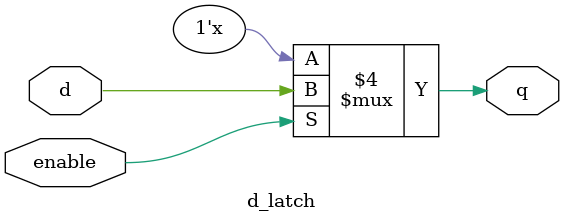
<source format=v>
`timescale 1ns / 1ps

module d_latch(
    input d,
    input enable,
    output reg q
    
    );
    
    always@(*) begin
        if (enable==1)begin
        q = d;
        end
    end
endmodule

</source>
